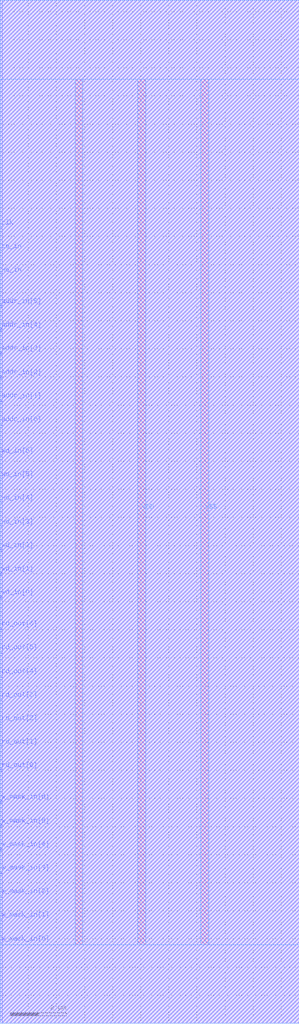
<source format=lef>
VERSION 5.7 ;
BUSBITCHARS "[]" ;
MACRO fakeram45_64x7_bottom
  FOREIGN fakeram45_64x7_bottom 0 0 ;
  SYMMETRY X Y R90 ;
  SIZE 10.640 BY 36.400 ;
  CLASS BLOCK ;
  PIN w_mask_in[0]
    DIRECTION INPUT ;
    USE SIGNAL ;
    SHAPE ABUTMENT ;
    PORT
      LAYER metal3 ;
      RECT 0.000 2.800 0.070 2.870 ;
    END
  END w_mask_in[0]
  PIN w_mask_in[1]
    DIRECTION INPUT ;
    USE SIGNAL ;
    SHAPE ABUTMENT ;
    PORT
      LAYER metal3 ;
      RECT 0.000 3.640 0.070 3.710 ;
    END
  END w_mask_in[1]
  PIN w_mask_in[2]
    DIRECTION INPUT ;
    USE SIGNAL ;
    SHAPE ABUTMENT ;
    PORT
      LAYER metal3 ;
      RECT 0.000 4.480 0.070 4.550 ;
    END
  END w_mask_in[2]
  PIN w_mask_in[3]
    DIRECTION INPUT ;
    USE SIGNAL ;
    SHAPE ABUTMENT ;
    PORT
      LAYER metal3 ;
      RECT 0.000 5.320 0.070 5.390 ;
    END
  END w_mask_in[3]
  PIN w_mask_in[4]
    DIRECTION INPUT ;
    USE SIGNAL ;
    SHAPE ABUTMENT ;
    PORT
      LAYER metal3 ;
      RECT 0.000 6.160 0.070 6.230 ;
    END
  END w_mask_in[4]
  PIN w_mask_in[5]
    DIRECTION INPUT ;
    USE SIGNAL ;
    SHAPE ABUTMENT ;
    PORT
      LAYER metal3 ;
      RECT 0.000 7.000 0.070 7.070 ;
    END
  END w_mask_in[5]
  PIN w_mask_in[6]
    DIRECTION INPUT ;
    USE SIGNAL ;
    SHAPE ABUTMENT ;
    PORT
      LAYER metal3 ;
      RECT 0.000 7.840 0.070 7.910 ;
    END
  END w_mask_in[6]
  PIN rd_out[0]
    DIRECTION OUTPUT ;
    USE SIGNAL ;
    SHAPE ABUTMENT ;
    PORT
      LAYER metal3 ;
      RECT 0.000 8.960 0.070 9.030 ;
    END
  END rd_out[0]
  PIN rd_out[1]
    DIRECTION OUTPUT ;
    USE SIGNAL ;
    SHAPE ABUTMENT ;
    PORT
      LAYER metal3 ;
      RECT 0.000 9.800 0.070 9.870 ;
    END
  END rd_out[1]
  PIN rd_out[2]
    DIRECTION OUTPUT ;
    USE SIGNAL ;
    SHAPE ABUTMENT ;
    PORT
      LAYER metal3 ;
      RECT 0.000 10.640 0.070 10.710 ;
    END
  END rd_out[2]
  PIN rd_out[3]
    DIRECTION OUTPUT ;
    USE SIGNAL ;
    SHAPE ABUTMENT ;
    PORT
      LAYER metal3 ;
      RECT 0.000 11.480 0.070 11.550 ;
    END
  END rd_out[3]
  PIN rd_out[4]
    DIRECTION OUTPUT ;
    USE SIGNAL ;
    SHAPE ABUTMENT ;
    PORT
      LAYER metal3 ;
      RECT 0.000 12.320 0.070 12.390 ;
    END
  END rd_out[4]
  PIN rd_out[5]
    DIRECTION OUTPUT ;
    USE SIGNAL ;
    SHAPE ABUTMENT ;
    PORT
      LAYER metal3 ;
      RECT 0.000 13.160 0.070 13.230 ;
    END
  END rd_out[5]
  PIN rd_out[6]
    DIRECTION OUTPUT ;
    USE SIGNAL ;
    SHAPE ABUTMENT ;
    PORT
      LAYER metal3 ;
      RECT 0.000 14.000 0.070 14.070 ;
    END
  END rd_out[6]
  PIN wd_in[0]
    DIRECTION INPUT ;
    USE SIGNAL ;
    SHAPE ABUTMENT ;
    PORT
      LAYER metal3 ;
      RECT 0.000 15.120 0.070 15.190 ;
    END
  END wd_in[0]
  PIN wd_in[1]
    DIRECTION INPUT ;
    USE SIGNAL ;
    SHAPE ABUTMENT ;
    PORT
      LAYER metal3 ;
      RECT 0.000 15.960 0.070 16.030 ;
    END
  END wd_in[1]
  PIN wd_in[2]
    DIRECTION INPUT ;
    USE SIGNAL ;
    SHAPE ABUTMENT ;
    PORT
      LAYER metal3 ;
      RECT 0.000 16.800 0.070 16.870 ;
    END
  END wd_in[2]
  PIN wd_in[3]
    DIRECTION INPUT ;
    USE SIGNAL ;
    SHAPE ABUTMENT ;
    PORT
      LAYER metal3 ;
      RECT 0.000 17.640 0.070 17.710 ;
    END
  END wd_in[3]
  PIN wd_in[4]
    DIRECTION INPUT ;
    USE SIGNAL ;
    SHAPE ABUTMENT ;
    PORT
      LAYER metal3 ;
      RECT 0.000 18.480 0.070 18.550 ;
    END
  END wd_in[4]
  PIN wd_in[5]
    DIRECTION INPUT ;
    USE SIGNAL ;
    SHAPE ABUTMENT ;
    PORT
      LAYER metal3 ;
      RECT 0.000 19.320 0.070 19.390 ;
    END
  END wd_in[5]
  PIN wd_in[6]
    DIRECTION INPUT ;
    USE SIGNAL ;
    SHAPE ABUTMENT ;
    PORT
      LAYER metal3 ;
      RECT 0.000 20.160 0.070 20.230 ;
    END
  END wd_in[6]
  PIN addr_in[0]
    DIRECTION INPUT ;
    USE SIGNAL ;
    SHAPE ABUTMENT ;
    PORT
      LAYER metal3 ;
      RECT 0.000 21.280 0.070 21.350 ;
    END
  END addr_in[0]
  PIN addr_in[1]
    DIRECTION INPUT ;
    USE SIGNAL ;
    SHAPE ABUTMENT ;
    PORT
      LAYER metal3 ;
      RECT 0.000 22.120 0.070 22.190 ;
    END
  END addr_in[1]
  PIN addr_in[2]
    DIRECTION INPUT ;
    USE SIGNAL ;
    SHAPE ABUTMENT ;
    PORT
      LAYER metal3 ;
      RECT 0.000 22.960 0.070 23.030 ;
    END
  END addr_in[2]
  PIN addr_in[3]
    DIRECTION INPUT ;
    USE SIGNAL ;
    SHAPE ABUTMENT ;
    PORT
      LAYER metal3 ;
      RECT 0.000 23.800 0.070 23.870 ;
    END
  END addr_in[3]
  PIN addr_in[4]
    DIRECTION INPUT ;
    USE SIGNAL ;
    SHAPE ABUTMENT ;
    PORT
      LAYER metal3 ;
      RECT 0.000 24.640 0.070 24.710 ;
    END
  END addr_in[4]
  PIN addr_in[5]
    DIRECTION INPUT ;
    USE SIGNAL ;
    SHAPE ABUTMENT ;
    PORT
      LAYER metal3 ;
      RECT 0.000 25.480 0.070 25.550 ;
    END
  END addr_in[5]
  PIN we_in
    DIRECTION INPUT ;
    USE SIGNAL ;
    SHAPE ABUTMENT ;
    PORT
      LAYER metal3 ;
      RECT 0.000 26.600 0.070 26.670 ;
    END
  END we_in
  PIN ce_in
    DIRECTION INPUT ;
    USE SIGNAL ;
    SHAPE ABUTMENT ;
    PORT
      LAYER metal3 ;
      RECT 0.000 27.440 0.070 27.510 ;
    END
  END ce_in
  PIN clk
    DIRECTION INPUT ;
    USE SIGNAL ;
    SHAPE ABUTMENT ;
    PORT
      LAYER metal3 ;
      RECT 0.000 28.280 0.070 28.350 ;
    END
  END clk
  PIN VSS
    DIRECTION INOUT ;
    USE GROUND ;
    PORT
      LAYER metal4 ;
      RECT 2.660 2.800 2.940 33.600 ;
      RECT 7.140 2.800 7.420 33.600 ;
    END
  END VSS
  PIN VDD
    DIRECTION INOUT ;
    USE POWER ;
    PORT
      LAYER metal4 ;
      RECT 4.900 2.800 5.180 33.600 ;
    END
  END VDD
  OBS
    LAYER metal1 ;
    RECT 0 0 10.640 36.400 ;
    LAYER metal2 ;
    RECT 0 0 10.640 36.400 ;
    LAYER metal3 ;
    RECT 0.070 0 10.640 36.400 ;
    RECT 0 0.000 0.070 2.800 ;
    RECT 0 2.870 0.070 3.640 ;
    RECT 0 3.710 0.070 4.480 ;
    RECT 0 4.550 0.070 5.320 ;
    RECT 0 5.390 0.070 6.160 ;
    RECT 0 6.230 0.070 7.000 ;
    RECT 0 7.070 0.070 7.840 ;
    RECT 0 7.910 0.070 8.960 ;
    RECT 0 9.030 0.070 9.800 ;
    RECT 0 9.870 0.070 10.640 ;
    RECT 0 10.710 0.070 11.480 ;
    RECT 0 11.550 0.070 12.320 ;
    RECT 0 12.390 0.070 13.160 ;
    RECT 0 13.230 0.070 14.000 ;
    RECT 0 14.070 0.070 15.120 ;
    RECT 0 15.190 0.070 15.960 ;
    RECT 0 16.030 0.070 16.800 ;
    RECT 0 16.870 0.070 17.640 ;
    RECT 0 17.710 0.070 18.480 ;
    RECT 0 18.550 0.070 19.320 ;
    RECT 0 19.390 0.070 20.160 ;
    RECT 0 20.230 0.070 21.280 ;
    RECT 0 21.350 0.070 22.120 ;
    RECT 0 22.190 0.070 22.960 ;
    RECT 0 23.030 0.070 23.800 ;
    RECT 0 23.870 0.070 24.640 ;
    RECT 0 24.710 0.070 25.480 ;
    RECT 0 25.550 0.070 26.600 ;
    RECT 0 26.670 0.070 27.440 ;
    RECT 0 27.510 0.070 28.280 ;
    RECT 0 28.350 0.070 36.400 ;
    LAYER metal4 ;
    RECT 0 0 10.640 2.800 ;
    RECT 0 33.600 10.640 36.400 ;
    RECT 0.000 2.800 2.660 33.600 ;
    RECT 2.940 2.800 4.900 33.600 ;
    RECT 5.180 2.800 7.140 33.600 ;
    RECT 7.420 2.800 10.640 33.600 ;
  END
END fakeram45_64x7_bottom

END LIBRARY

</source>
